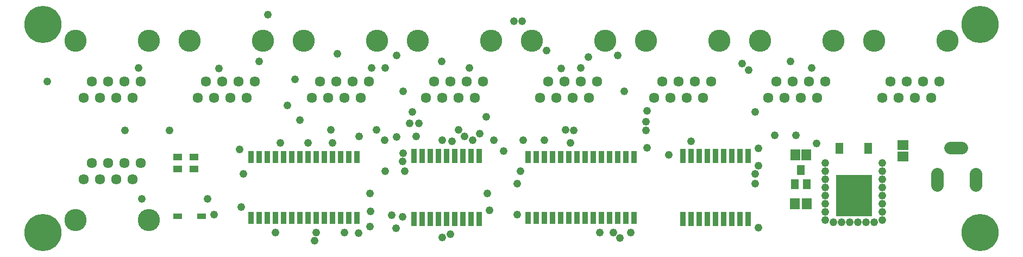
<source format=gts>
G75*
%MOIN*%
%OFA0B0*%
%FSLAX24Y24*%
%IPPOS*%
%LPD*%
%AMOC8*
5,1,8,0,0,1.08239X$1,22.5*
%
%ADD10C,0.0634*%
%ADD11C,0.1360*%
%ADD12R,0.0336X0.0749*%
%ADD13R,0.0340X0.0880*%
%ADD14R,0.0592X0.0671*%
%ADD15R,0.0474X0.0631*%
%ADD16R,0.0552X0.0395*%
%ADD17R,0.0671X0.0592*%
%ADD18R,0.2206X0.2521*%
%ADD19R,0.0474X0.0710*%
%ADD20R,0.0552X0.0356*%
%ADD21C,0.0780*%
%ADD22C,0.0480*%
%ADD23C,0.2280*%
D10*
X009083Y004704D03*
X010083Y004704D03*
X011083Y004704D03*
X012083Y004704D03*
X011583Y005704D03*
X012583Y005704D03*
X010583Y005704D03*
X009583Y005704D03*
X009083Y009704D03*
X010083Y009704D03*
X011083Y009704D03*
X012083Y009704D03*
X011583Y010704D03*
X012583Y010704D03*
X010583Y010704D03*
X009583Y010704D03*
X016083Y009704D03*
X017083Y009704D03*
X018083Y009704D03*
X019083Y009704D03*
X018583Y010704D03*
X017583Y010704D03*
X016583Y010704D03*
X019583Y010704D03*
X023083Y009704D03*
X024083Y009704D03*
X025083Y009704D03*
X026083Y009704D03*
X025583Y010704D03*
X026583Y010704D03*
X024583Y010704D03*
X023583Y010704D03*
X030083Y009704D03*
X031083Y009704D03*
X032083Y009704D03*
X033083Y009704D03*
X032583Y010704D03*
X031583Y010704D03*
X030583Y010704D03*
X033583Y010704D03*
X037083Y009704D03*
X038083Y009704D03*
X039083Y009704D03*
X040083Y009704D03*
X039583Y010704D03*
X040583Y010704D03*
X038583Y010704D03*
X037583Y010704D03*
X044083Y009704D03*
X045083Y009704D03*
X046083Y009704D03*
X047083Y009704D03*
X046583Y010704D03*
X045583Y010704D03*
X044583Y010704D03*
X047583Y010704D03*
X051083Y009704D03*
X052083Y009704D03*
X053083Y009704D03*
X054083Y009704D03*
X053583Y010704D03*
X054583Y010704D03*
X052583Y010704D03*
X051583Y010704D03*
X058083Y009704D03*
X059083Y009704D03*
X060083Y009704D03*
X061083Y009704D03*
X060583Y010704D03*
X059583Y010704D03*
X058583Y010704D03*
X061583Y010704D03*
D11*
X062083Y013204D03*
X057583Y013204D03*
X055083Y013204D03*
X050583Y013204D03*
X048083Y013204D03*
X043583Y013204D03*
X041083Y013204D03*
X036583Y013204D03*
X034083Y013204D03*
X029583Y013204D03*
X027083Y013204D03*
X022583Y013204D03*
X020083Y013204D03*
X015583Y013204D03*
X013083Y013204D03*
X008583Y013204D03*
X008583Y002204D03*
X013083Y002204D03*
D12*
X019333Y002322D03*
X019833Y002322D03*
X020333Y002322D03*
X020833Y002322D03*
X021333Y002322D03*
X021833Y002322D03*
X022333Y002322D03*
X022833Y002322D03*
X023333Y002322D03*
X023833Y002322D03*
X024333Y002322D03*
X024833Y002322D03*
X025333Y002322D03*
X025833Y002322D03*
X036333Y002322D03*
X036833Y002322D03*
X037333Y002322D03*
X037833Y002322D03*
X038333Y002322D03*
X038833Y002322D03*
X039333Y002322D03*
X039833Y002322D03*
X040333Y002322D03*
X040833Y002322D03*
X041333Y002322D03*
X041833Y002322D03*
X042333Y002322D03*
X042833Y002322D03*
X042833Y006086D03*
X042333Y006086D03*
X041833Y006086D03*
X041333Y006086D03*
X040833Y006086D03*
X040333Y006086D03*
X039833Y006086D03*
X039333Y006086D03*
X038833Y006086D03*
X038333Y006086D03*
X037833Y006086D03*
X037333Y006086D03*
X036833Y006086D03*
X036333Y006086D03*
X025833Y006086D03*
X025333Y006086D03*
X024833Y006086D03*
X024333Y006086D03*
X023833Y006086D03*
X023333Y006086D03*
X022833Y006086D03*
X022333Y006086D03*
X021833Y006086D03*
X021333Y006086D03*
X020833Y006086D03*
X020333Y006086D03*
X019833Y006086D03*
X019333Y006086D03*
D13*
X029333Y006134D03*
X029833Y006134D03*
X030333Y006134D03*
X030833Y006134D03*
X031333Y006134D03*
X031833Y006134D03*
X032333Y006134D03*
X032833Y006134D03*
X033333Y006134D03*
X033333Y002274D03*
X032833Y002274D03*
X032333Y002274D03*
X031833Y002274D03*
X031333Y002274D03*
X030833Y002274D03*
X030333Y002274D03*
X029833Y002274D03*
X029333Y002274D03*
X045833Y002274D03*
X046333Y002274D03*
X046833Y002274D03*
X047333Y002274D03*
X047833Y002274D03*
X048333Y002274D03*
X048833Y002274D03*
X049333Y002274D03*
X049833Y002274D03*
X049833Y006134D03*
X049333Y006134D03*
X048833Y006134D03*
X048333Y006134D03*
X047833Y006134D03*
X047333Y006134D03*
X046833Y006134D03*
X046333Y006134D03*
X045833Y006134D03*
D14*
X052749Y006204D03*
X053418Y006204D03*
X053457Y003204D03*
X052709Y003204D03*
D15*
X052709Y004421D03*
X053457Y004421D03*
X053083Y005287D03*
D16*
X015833Y005349D03*
X014833Y005349D03*
X014833Y006058D03*
X015833Y006058D03*
D17*
X059333Y006119D03*
X059333Y006788D03*
D18*
X056333Y003720D03*
D19*
X055436Y006594D03*
X057231Y006594D03*
D20*
X016312Y002454D03*
X014855Y002454D03*
D21*
X061440Y004354D02*
X061440Y005054D01*
X063802Y005054D02*
X063802Y004354D01*
X062951Y006633D02*
X062251Y006633D01*
D22*
X058083Y005704D03*
X058083Y005204D03*
X058083Y004704D03*
X058083Y004204D03*
X058083Y003704D03*
X058083Y003204D03*
X058083Y002704D03*
X058083Y002204D03*
X057583Y002079D03*
X057083Y002079D03*
X056583Y002079D03*
X056083Y002079D03*
X055583Y002079D03*
X055083Y002079D03*
X054583Y002204D03*
X054583Y002704D03*
X054583Y003204D03*
X054583Y003704D03*
X054583Y004204D03*
X054583Y004704D03*
X054583Y005204D03*
X054583Y005704D03*
X054033Y006904D03*
X052783Y007404D03*
X051483Y007404D03*
X050483Y006604D03*
X050483Y005554D03*
X050283Y005054D03*
X050283Y004454D03*
X044983Y006204D03*
X043633Y006654D03*
X046333Y007054D03*
X043583Y007704D03*
X043583Y008254D03*
X043633Y008904D03*
X042233Y010104D03*
X038383Y011504D03*
X039583Y011554D03*
X040033Y012204D03*
X041833Y012304D03*
X037483Y012604D03*
X032733Y011554D03*
X031033Y011954D03*
X028283Y012304D03*
X027583Y011554D03*
X026733Y011554D03*
X024633Y012404D03*
X019833Y011954D03*
X017383Y011504D03*
X022033Y010854D03*
X021583Y009254D03*
X022333Y008354D03*
X024233Y007754D03*
X025983Y007354D03*
X027033Y007754D03*
X028283Y007304D03*
X027533Y007104D03*
X028683Y006304D03*
X028633Y005804D03*
X028783Y005204D03*
X027583Y005204D03*
X026633Y003854D03*
X026683Y002754D03*
X027983Y002504D03*
X028633Y002404D03*
X028233Y001704D03*
X026633Y001804D03*
X025933Y001404D03*
X025083Y001454D03*
X023333Y001454D03*
X023233Y000954D03*
X020833Y001454D03*
X017083Y002554D03*
X018733Y003004D03*
X016683Y003504D03*
X012633Y003504D03*
X018883Y005054D03*
X018633Y006554D03*
X021133Y006954D03*
X022833Y006954D03*
X024333Y006954D03*
X029083Y008154D03*
X029633Y008154D03*
X029483Y007354D03*
X031083Y007104D03*
X031683Y007054D03*
X032433Y007354D03*
X033383Y007504D03*
X032933Y007104D03*
X034233Y007104D03*
X036033Y007104D03*
X037333Y007104D03*
X038933Y006954D03*
X039133Y007704D03*
X038633Y007754D03*
X034833Y006454D03*
X035883Y005204D03*
X035683Y004454D03*
X033833Y003854D03*
X033983Y002804D03*
X035683Y002554D03*
X031583Y001354D03*
X031083Y001154D03*
X040733Y001454D03*
X041583Y001454D03*
X041983Y001104D03*
X042633Y001454D03*
X050483Y001754D03*
X032083Y007754D03*
X033783Y008554D03*
X029233Y008854D03*
X028683Y010104D03*
X035483Y014404D03*
X035983Y014404D03*
X049483Y011804D03*
X049883Y011404D03*
X052433Y011954D03*
X053733Y011554D03*
X050283Y008854D03*
X020383Y014804D03*
X012433Y011554D03*
X006833Y010704D03*
X011613Y007704D03*
X014333Y007704D03*
D23*
X006583Y001454D03*
X006583Y014204D03*
X064083Y014204D03*
X064083Y001454D03*
M02*

</source>
